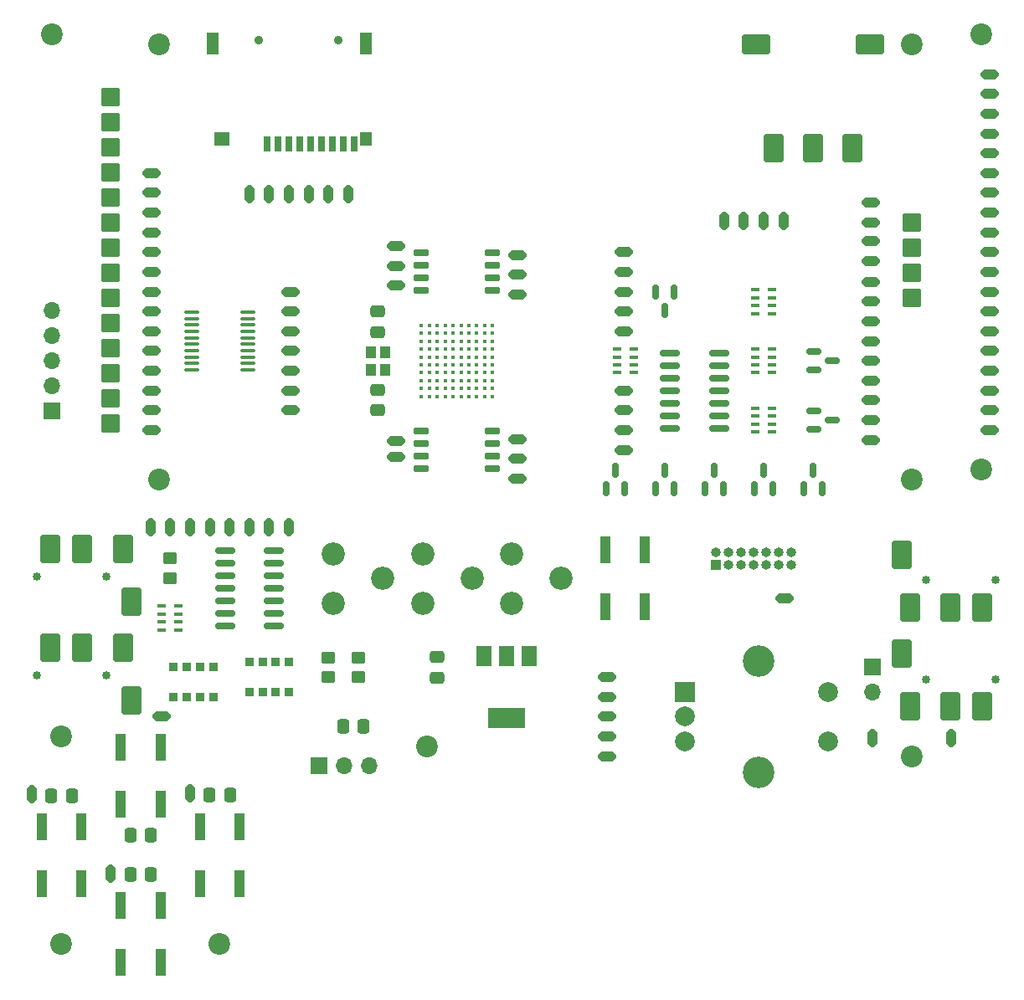
<source format=gts>
%TF.GenerationSoftware,KiCad,Pcbnew,7.0.10*%
%TF.CreationDate,2024-03-06T19:41:30-08:00*%
%TF.ProjectId,player_system,706c6179-6572-45f7-9379-7374656d2e6b,rev?*%
%TF.SameCoordinates,Original*%
%TF.FileFunction,Soldermask,Top*%
%TF.FilePolarity,Negative*%
%FSLAX46Y46*%
G04 Gerber Fmt 4.6, Leading zero omitted, Abs format (unit mm)*
G04 Created by KiCad (PCBNEW 7.0.10) date 2024-03-06 19:41:30*
%MOMM*%
%LPD*%
G01*
G04 APERTURE LIST*
G04 Aperture macros list*
%AMRoundRect*
0 Rectangle with rounded corners*
0 $1 Rounding radius*
0 $2 $3 $4 $5 $6 $7 $8 $9 X,Y pos of 4 corners*
0 Add a 4 corners polygon primitive as box body*
4,1,4,$2,$3,$4,$5,$6,$7,$8,$9,$2,$3,0*
0 Add four circle primitives for the rounded corners*
1,1,$1+$1,$2,$3*
1,1,$1+$1,$4,$5*
1,1,$1+$1,$6,$7*
1,1,$1+$1,$8,$9*
0 Add four rect primitives between the rounded corners*
20,1,$1+$1,$2,$3,$4,$5,0*
20,1,$1+$1,$4,$5,$6,$7,0*
20,1,$1+$1,$6,$7,$8,$9,0*
20,1,$1+$1,$8,$9,$2,$3,0*%
%AMFreePoly0*
4,1,17,-0.750000,0.450000,-0.742031,0.518685,-0.697499,0.619541,-0.619541,0.697499,-0.518685,0.742031,-0.450000,0.750000,0.000000,0.750000,0.750000,0.000000,0.750000,-0.450000,0.742031,-0.518685,0.697499,-0.619541,0.619541,-0.697499,0.518685,-0.742031,0.450000,-0.750000,0.000000,-0.750000,-0.750000,0.000000,-0.750000,0.450000,-0.750000,0.450000,$1*%
G04 Aperture macros list end*
%ADD10C,2.200000*%
%ADD11R,1.700000X1.700000*%
%ADD12O,1.700000X1.700000*%
%ADD13RoundRect,0.250000X-0.475000X0.337500X-0.475000X-0.337500X0.475000X-0.337500X0.475000X0.337500X0*%
%ADD14C,0.850000*%
%ADD15RoundRect,0.200000X-0.800000X-1.200000X0.800000X-1.200000X0.800000X1.200000X-0.800000X1.200000X0*%
%ADD16RoundRect,0.200000X0.800000X1.200000X-0.800000X1.200000X-0.800000X-1.200000X0.800000X-1.200000X0*%
%ADD17RoundRect,0.250000X0.450000X-0.350000X0.450000X0.350000X-0.450000X0.350000X-0.450000X-0.350000X0*%
%ADD18RoundRect,0.150000X-0.150000X0.587500X-0.150000X-0.587500X0.150000X-0.587500X0.150000X0.587500X0*%
%ADD19C,0.400000*%
%ADD20R,1.000000X2.750000*%
%ADD21RoundRect,0.250000X-0.337500X-0.475000X0.337500X-0.475000X0.337500X0.475000X-0.337500X0.475000X0*%
%ADD22R,0.900000X0.400000*%
%ADD23RoundRect,0.150000X0.150000X-0.587500X0.150000X0.587500X-0.150000X0.587500X-0.150000X-0.587500X0*%
%ADD24RoundRect,0.150000X-0.825000X-0.150000X0.825000X-0.150000X0.825000X0.150000X-0.825000X0.150000X0*%
%ADD25RoundRect,0.090000X-0.810000X-0.810000X0.810000X-0.810000X0.810000X0.810000X-0.810000X0.810000X0*%
%ADD26R,1.000000X1.000000*%
%ADD27O,1.000000X1.000000*%
%ADD28C,2.340000*%
%ADD29RoundRect,0.150000X-0.587500X-0.150000X0.587500X-0.150000X0.587500X0.150000X-0.587500X0.150000X0*%
%ADD30R,1.500000X2.000000*%
%ADD31R,3.800000X2.000000*%
%ADD32R,0.900000X0.900000*%
%ADD33RoundRect,0.150000X-0.650000X-0.150000X0.650000X-0.150000X0.650000X0.150000X-0.650000X0.150000X0*%
%ADD34R,2.000000X2.000000*%
%ADD35C,2.000000*%
%ADD36C,3.200000*%
%ADD37RoundRect,0.150000X0.650000X0.150000X-0.650000X0.150000X-0.650000X-0.150000X0.650000X-0.150000X0*%
%ADD38C,0.900000*%
%ADD39R,0.700000X1.600000*%
%ADD40R,1.200000X2.200000*%
%ADD41R,1.600000X1.400000*%
%ADD42R,1.200000X1.400000*%
%ADD43RoundRect,0.100000X0.637500X0.100000X-0.637500X0.100000X-0.637500X-0.100000X0.637500X-0.100000X0*%
%ADD44R,1.000000X1.150000*%
%ADD45FreePoly0,225.000000*%
%ADD46FreePoly0,45.000000*%
%ADD47FreePoly0,315.000000*%
%ADD48RoundRect,0.200000X1.200000X-0.800000X1.200000X0.800000X-1.200000X0.800000X-1.200000X-0.800000X0*%
%ADD49RoundRect,0.200000X-1.200000X0.800000X-1.200000X-0.800000X1.200000X-0.800000X1.200000X0.800000X0*%
%ADD50FreePoly0,135.000000*%
G04 APERTURE END LIST*
D10*
%TO.C,H9*%
X177000000Y-41000000D03*
%TD*%
D11*
%TO.C,J1*%
X173000000Y-104000000D03*
D12*
X173000000Y-106540000D03*
%TD*%
D13*
%TO.C,C10*%
X129000000Y-102962500D03*
X129000000Y-105037500D03*
%TD*%
D14*
%TO.C,AUD_BLACK1*%
X185450000Y-95200000D03*
X178450000Y-95200000D03*
D15*
X180900000Y-97950000D03*
X184100000Y-97950000D03*
D16*
X175950000Y-92650000D03*
D15*
X176800000Y-97950000D03*
%TD*%
D17*
%TO.C,R1*%
X121000000Y-105000000D03*
X121000000Y-103000000D03*
%TD*%
D10*
%TO.C,H11*%
X100900000Y-85000000D03*
%TD*%
%TO.C,H4*%
X91000000Y-111000000D03*
%TD*%
D18*
%TO.C,Q4*%
X152950000Y-66062500D03*
X151050000Y-66062500D03*
X152000000Y-67937500D03*
%TD*%
D10*
%TO.C,H8*%
X184000000Y-40000000D03*
%TD*%
D19*
%TO.C,U2*%
X127400000Y-69400000D03*
X128200000Y-69400000D03*
X129000000Y-69400000D03*
X129800000Y-69400000D03*
X130600000Y-69400000D03*
X131400000Y-69400000D03*
X132200000Y-69400000D03*
X133000000Y-69400000D03*
X133800000Y-69400000D03*
X134600000Y-69400000D03*
X127400000Y-70200000D03*
X128200000Y-70200000D03*
X129000000Y-70200000D03*
X129800000Y-70200000D03*
X130600000Y-70200000D03*
X131400000Y-70200000D03*
X132200000Y-70200000D03*
X133000000Y-70200000D03*
X133800000Y-70200000D03*
X134600000Y-70200000D03*
X127400000Y-71000000D03*
X128200000Y-71000000D03*
X129000000Y-71000000D03*
X129800000Y-71000000D03*
X130600000Y-71000000D03*
X131400000Y-71000000D03*
X132200000Y-71000000D03*
X133000000Y-71000000D03*
X133800000Y-71000000D03*
X134600000Y-71000000D03*
X127400000Y-71800000D03*
X128200000Y-71800000D03*
X129000000Y-71800000D03*
X129800000Y-71800000D03*
X130600000Y-71800000D03*
X131400000Y-71800000D03*
X132200000Y-71800000D03*
X133000000Y-71800000D03*
X133800000Y-71800000D03*
X134600000Y-71800000D03*
X127400000Y-72600000D03*
X128200000Y-72600000D03*
X129000000Y-72600000D03*
X129800000Y-72600000D03*
X130600000Y-72600000D03*
X131400000Y-72600000D03*
X132200000Y-72600000D03*
X133000000Y-72600000D03*
X133800000Y-72600000D03*
X134600000Y-72600000D03*
X127400000Y-73400000D03*
X128200000Y-73400000D03*
X129000000Y-73400000D03*
X129800000Y-73400000D03*
X130600000Y-73400000D03*
X131400000Y-73400000D03*
X132200000Y-73400000D03*
X133000000Y-73400000D03*
X133800000Y-73400000D03*
X134600000Y-73400000D03*
X127400000Y-74200000D03*
X128200000Y-74200000D03*
X129000000Y-74200000D03*
X129800000Y-74200000D03*
X130600000Y-74200000D03*
X131400000Y-74200000D03*
X132200000Y-74200000D03*
X133000000Y-74200000D03*
X133800000Y-74200000D03*
X134600000Y-74200000D03*
X127400000Y-75000000D03*
X128200000Y-75000000D03*
X129000000Y-75000000D03*
X129800000Y-75000000D03*
X130600000Y-75000000D03*
X131400000Y-75000000D03*
X132200000Y-75000000D03*
X133000000Y-75000000D03*
X133800000Y-75000000D03*
X134600000Y-75000000D03*
X127400000Y-75800000D03*
X128200000Y-75800000D03*
X129000000Y-75800000D03*
X129800000Y-75800000D03*
X130600000Y-75800000D03*
X131400000Y-75800000D03*
X132200000Y-75800000D03*
X133000000Y-75800000D03*
X133800000Y-75800000D03*
X134600000Y-75800000D03*
X127400000Y-76600000D03*
X128200000Y-76600000D03*
X129000000Y-76600000D03*
X129800000Y-76600000D03*
X130600000Y-76600000D03*
X131400000Y-76600000D03*
X132200000Y-76600000D03*
X133000000Y-76600000D03*
X133800000Y-76600000D03*
X134600000Y-76600000D03*
%TD*%
D20*
%TO.C,RESET1*%
X146000000Y-97880000D03*
X146000000Y-92120000D03*
X150000000Y-97880000D03*
X150000000Y-92120000D03*
%TD*%
%TO.C,SW2*%
X97000000Y-117880000D03*
X97000000Y-112120000D03*
X101000000Y-117880000D03*
X101000000Y-112120000D03*
%TD*%
D21*
%TO.C,C4*%
X97962500Y-121000000D03*
X100037500Y-121000000D03*
%TD*%
%TO.C,C23*%
X119487500Y-110000000D03*
X121562500Y-110000000D03*
%TD*%
D22*
%TO.C,RN5*%
X162850000Y-74200000D03*
X162850000Y-73400000D03*
X162850000Y-72600000D03*
X162850000Y-71800000D03*
X161150000Y-71800000D03*
X161150000Y-72600000D03*
X161150000Y-73400000D03*
X161150000Y-74200000D03*
%TD*%
%TO.C,RN6*%
X161150000Y-65800000D03*
X161150000Y-66600000D03*
X161150000Y-67400000D03*
X161150000Y-68200000D03*
X162850000Y-68200000D03*
X162850000Y-67400000D03*
X162850000Y-66600000D03*
X162850000Y-65800000D03*
%TD*%
D10*
%TO.C,H12*%
X100900000Y-41000000D03*
%TD*%
D23*
%TO.C,Q7*%
X156050000Y-85937500D03*
X157950000Y-85937500D03*
X157000000Y-84062500D03*
%TD*%
D24*
%TO.C,U5*%
X152525000Y-72190000D03*
X152525000Y-73460000D03*
X152525000Y-74730000D03*
X152525000Y-76000000D03*
X152525000Y-77270000D03*
X152525000Y-78540000D03*
X152525000Y-79810000D03*
X157475000Y-79810000D03*
X157475000Y-78540000D03*
X157475000Y-77270000D03*
X157475000Y-76000000D03*
X157475000Y-74730000D03*
X157475000Y-73460000D03*
X157475000Y-72190000D03*
%TD*%
D10*
%TO.C,H6*%
X177000000Y-113000000D03*
%TD*%
D20*
%TO.C,SW3*%
X97000000Y-133880000D03*
X97000000Y-128120000D03*
X101000000Y-133880000D03*
X101000000Y-128120000D03*
%TD*%
D11*
%TO.C,bSWD1*%
X90000000Y-78075000D03*
D12*
X90000000Y-75535000D03*
X90000000Y-72995000D03*
X90000000Y-70455000D03*
X90000000Y-67915000D03*
%TD*%
D14*
%TO.C,AUD_PINK1*%
X88550000Y-104800000D03*
X95550000Y-104800000D03*
D16*
X93100000Y-102050000D03*
X89900000Y-102050000D03*
D15*
X98050000Y-107350000D03*
D16*
X97200000Y-102050000D03*
%TD*%
D24*
%TO.C,U1*%
X107525000Y-92190000D03*
X107525000Y-93460000D03*
X107525000Y-94730000D03*
X107525000Y-96000000D03*
X107525000Y-97270000D03*
X107525000Y-98540000D03*
X107525000Y-99810000D03*
X112475000Y-99810000D03*
X112475000Y-98540000D03*
X112475000Y-97270000D03*
X112475000Y-96000000D03*
X112475000Y-94730000D03*
X112475000Y-93460000D03*
X112475000Y-92190000D03*
%TD*%
D25*
%TO.C,TFT1*%
X96000000Y-46300000D03*
X96000000Y-48840000D03*
X96000000Y-51380000D03*
X96000000Y-53920000D03*
X96000000Y-56460000D03*
X96000000Y-59000000D03*
X96000000Y-61540000D03*
X96000000Y-64080000D03*
X96000000Y-66620000D03*
X96000000Y-69160000D03*
X96000000Y-71700000D03*
X96000000Y-74240000D03*
X96000000Y-76780000D03*
X96000000Y-79320000D03*
X177000000Y-59000000D03*
X177000000Y-61540000D03*
X177000000Y-64080000D03*
X177000000Y-66620000D03*
%TD*%
D23*
%TO.C,Q6*%
X166050000Y-85937500D03*
X167950000Y-85937500D03*
X167000000Y-84062500D03*
%TD*%
D22*
%TO.C,RN3*%
X102850000Y-100200000D03*
X102850000Y-99400000D03*
X102850000Y-98600000D03*
X102850000Y-97800000D03*
X101150000Y-97800000D03*
X101150000Y-98600000D03*
X101150000Y-99400000D03*
X101150000Y-100200000D03*
%TD*%
D26*
%TO.C,JTAG1*%
X157175000Y-93625000D03*
D27*
X157175000Y-92355000D03*
X158445000Y-93625000D03*
X158445000Y-92355000D03*
X159715000Y-93625000D03*
X159715000Y-92355000D03*
X160985000Y-93625000D03*
X160985000Y-92355000D03*
X162255000Y-93625000D03*
X162255000Y-92355000D03*
X163525000Y-93625000D03*
X163525000Y-92355000D03*
X164795000Y-93625000D03*
X164795000Y-92355000D03*
%TD*%
D22*
%TO.C,RN7*%
X162850000Y-80200000D03*
X162850000Y-79400000D03*
X162850000Y-78600000D03*
X162850000Y-77800000D03*
X161150000Y-77800000D03*
X161150000Y-78600000D03*
X161150000Y-79400000D03*
X161150000Y-80200000D03*
%TD*%
D13*
%TO.C,C2*%
X123000000Y-75925000D03*
X123000000Y-78000000D03*
%TD*%
D20*
%TO.C,SW4*%
X105000000Y-125880000D03*
X105000000Y-120120000D03*
X109000000Y-125880000D03*
X109000000Y-120120000D03*
%TD*%
D21*
%TO.C,C5*%
X97962500Y-125000000D03*
X100037500Y-125000000D03*
%TD*%
D23*
%TO.C,Q2*%
X151050000Y-85937500D03*
X152950000Y-85937500D03*
X152000000Y-84062500D03*
%TD*%
D13*
%TO.C,C1*%
X123000000Y-68000000D03*
X123000000Y-70075000D03*
%TD*%
D28*
%TO.C,BIASTRIM1*%
X118500000Y-92525000D03*
X123500000Y-95025000D03*
X118500000Y-97525000D03*
%TD*%
D29*
%TO.C,Q3*%
X167062500Y-78050000D03*
X167062500Y-79950000D03*
X168937500Y-79000000D03*
%TD*%
D30*
%TO.C,U4*%
X138300000Y-102850000D03*
X136000000Y-102850000D03*
D31*
X136000000Y-109150000D03*
D30*
X133700000Y-102850000D03*
%TD*%
D32*
%TO.C,RN1*%
X102340000Y-107000000D03*
X103680000Y-107000000D03*
X105000000Y-107000000D03*
X106340000Y-107000000D03*
X106340000Y-104000000D03*
X105000000Y-104000000D03*
X103680000Y-104000000D03*
X102340000Y-104000000D03*
%TD*%
D14*
%TO.C,AUD_ORANGE1*%
X185450000Y-105200000D03*
X178450000Y-105200000D03*
D15*
X180900000Y-107950000D03*
X184100000Y-107950000D03*
D16*
X175950000Y-102650000D03*
D15*
X176800000Y-107950000D03*
%TD*%
D33*
%TO.C,NORFLASH1*%
X127400000Y-80095000D03*
X127400000Y-81365000D03*
X127400000Y-82635000D03*
X127400000Y-83905000D03*
X134600000Y-83905000D03*
X134600000Y-82635000D03*
X134600000Y-81365000D03*
X134600000Y-80095000D03*
%TD*%
D17*
%TO.C,C25*%
X102000000Y-95000000D03*
X102000000Y-93000000D03*
%TD*%
D34*
%TO.C,ROTARY1*%
X154000000Y-106500000D03*
D35*
X154000000Y-111500000D03*
X154000000Y-109000000D03*
D36*
X161500000Y-103400000D03*
X161500000Y-114600000D03*
D35*
X168500000Y-111500000D03*
X168500000Y-106500000D03*
%TD*%
D37*
%TO.C,NORFLASH2*%
X134600000Y-65905000D03*
X134600000Y-64635000D03*
X134600000Y-63365000D03*
X134600000Y-62095000D03*
X127400000Y-62095000D03*
X127400000Y-63365000D03*
X127400000Y-64635000D03*
X127400000Y-65905000D03*
%TD*%
D38*
%TO.C,SDCARD1*%
X110984968Y-40521855D03*
X118984968Y-40521855D03*
D39*
X111784968Y-51021855D03*
X112884968Y-51021855D03*
X113984968Y-51021855D03*
X115084968Y-51021855D03*
X116184968Y-51021855D03*
X117284968Y-51021855D03*
X118384968Y-51021855D03*
X119484968Y-51021855D03*
X120584968Y-51021855D03*
D40*
X106284968Y-40921855D03*
D41*
X107184968Y-50521855D03*
D40*
X121784968Y-40921855D03*
D42*
X121784968Y-50521855D03*
%TD*%
D22*
%TO.C,RN4*%
X148850000Y-74200000D03*
X148850000Y-73400000D03*
X148850000Y-72600000D03*
X148850000Y-71800000D03*
X147150000Y-71800000D03*
X147150000Y-72600000D03*
X147150000Y-73400000D03*
X147150000Y-74200000D03*
%TD*%
D10*
%TO.C,H7*%
X90000000Y-40000000D03*
%TD*%
D23*
%TO.C,Q8*%
X161050000Y-85937500D03*
X162950000Y-85937500D03*
X162000000Y-84062500D03*
%TD*%
D32*
%TO.C,RN2*%
X110000000Y-106500000D03*
X111340000Y-106500000D03*
X112660000Y-106500000D03*
X114000000Y-106500000D03*
X114000000Y-103500000D03*
X112660000Y-103500000D03*
X111340000Y-103500000D03*
X110000000Y-103500000D03*
%TD*%
D43*
%TO.C,U3*%
X109862500Y-73925000D03*
X109862500Y-73275000D03*
X109862500Y-72625000D03*
X109862500Y-71975000D03*
X109862500Y-71325000D03*
X109862500Y-70675000D03*
X109862500Y-70025000D03*
X109862500Y-69375000D03*
X109862500Y-68725000D03*
X109862500Y-68075000D03*
X104137500Y-68075000D03*
X104137500Y-68725000D03*
X104137500Y-69375000D03*
X104137500Y-70025000D03*
X104137500Y-70675000D03*
X104137500Y-71325000D03*
X104137500Y-71975000D03*
X104137500Y-72625000D03*
X104137500Y-73275000D03*
X104137500Y-73925000D03*
%TD*%
D11*
%TO.C,PWR_IN1*%
X117000000Y-114000000D03*
D12*
X119540000Y-114000000D03*
X122080000Y-114000000D03*
%TD*%
D10*
%TO.C,H10*%
X177000000Y-85000000D03*
%TD*%
D28*
%TO.C,GAINTRIM2*%
X136500000Y-92525000D03*
X141500000Y-95025000D03*
X136500000Y-97525000D03*
%TD*%
D21*
%TO.C,C3*%
X89962500Y-117000000D03*
X92037500Y-117000000D03*
%TD*%
D23*
%TO.C,Q5*%
X146050000Y-85937500D03*
X147950000Y-85937500D03*
X147000000Y-84062500D03*
%TD*%
D20*
%TO.C,SW1*%
X89000000Y-125880000D03*
X89000000Y-120120000D03*
X93000000Y-125880000D03*
X93000000Y-120120000D03*
%TD*%
D14*
%TO.C,AUD_GREEN1*%
X88550000Y-94800000D03*
X95550000Y-94800000D03*
D16*
X93100000Y-92050000D03*
X89900000Y-92050000D03*
D15*
X98050000Y-97350000D03*
D16*
X97200000Y-92050000D03*
%TD*%
D10*
%TO.C,H5*%
X128000000Y-112000000D03*
%TD*%
%TO.C,H1*%
X107000000Y-132000000D03*
%TD*%
D17*
%TO.C,R2*%
X118000000Y-105000000D03*
X118000000Y-103000000D03*
%TD*%
D21*
%TO.C,C6*%
X105962500Y-116880000D03*
X108037500Y-116880000D03*
%TD*%
D10*
%TO.C,H2*%
X91000000Y-132000000D03*
%TD*%
D28*
%TO.C,GAINTRIM1*%
X127500000Y-92525000D03*
X132500000Y-95025000D03*
X127500000Y-97525000D03*
%TD*%
D44*
%TO.C,Y1*%
X123700000Y-73875000D03*
X123700000Y-72125000D03*
X122300000Y-72125000D03*
X122300000Y-73875000D03*
%TD*%
D10*
%TO.C,H3*%
X184000000Y-84000000D03*
%TD*%
D29*
%TO.C,Q1*%
X167062500Y-72050000D03*
X167062500Y-73950000D03*
X168937500Y-73000000D03*
%TD*%
D45*
%TO.C,TP29*%
X172858579Y-71000000D03*
%TD*%
D46*
%TO.C,TP15*%
X100141421Y-64000000D03*
%TD*%
D45*
%TO.C,TP77*%
X184858579Y-72000000D03*
%TD*%
%TO.C,TP96*%
X147858579Y-82000000D03*
%TD*%
%TO.C,TP3*%
X124858579Y-61400000D03*
%TD*%
%TO.C,TP94*%
X172858579Y-59000000D03*
%TD*%
%TO.C,TP73*%
X184858579Y-64000000D03*
%TD*%
D47*
%TO.C,TP22*%
X114000000Y-56141421D03*
%TD*%
D46*
%TO.C,TP4*%
X137141421Y-64300000D03*
%TD*%
D45*
%TO.C,TP76*%
X184858579Y-70000000D03*
%TD*%
D46*
%TO.C,TP8*%
X137141421Y-84900000D03*
%TD*%
D15*
%TO.C,VOLUME1*%
X171000000Y-51500000D03*
X167000000Y-51500000D03*
X163000000Y-51500000D03*
D48*
X172750000Y-41000000D03*
D49*
X161250000Y-41000000D03*
%TD*%
D45*
%TO.C,TP88*%
X172858579Y-73000000D03*
%TD*%
D46*
%TO.C,TP13*%
X100141421Y-56000000D03*
%TD*%
D50*
%TO.C,TP32*%
X112000000Y-89858579D03*
%TD*%
%TO.C,TP59*%
X88000000Y-116858579D03*
%TD*%
D46*
%TO.C,TP51*%
X114141421Y-74000000D03*
%TD*%
D45*
%TO.C,TP67*%
X184858579Y-52000000D03*
%TD*%
%TO.C,TP6*%
X124858579Y-65400000D03*
%TD*%
D50*
%TO.C,TP33*%
X114000000Y-89858579D03*
%TD*%
D47*
%TO.C,SD_DAT2*%
X120000000Y-56141421D03*
%TD*%
D46*
%TO.C,TP46*%
X100141421Y-66000000D03*
%TD*%
D45*
%TO.C,TP79*%
X184858579Y-76000000D03*
%TD*%
%TO.C,TP92*%
X147858579Y-64000000D03*
%TD*%
D46*
%TO.C,TP5*%
X137141421Y-62300000D03*
%TD*%
%TO.C,TP41*%
X146141421Y-109000000D03*
%TD*%
D45*
%TO.C,TP63*%
X184858579Y-44000000D03*
%TD*%
%TO.C,TP93*%
X147858579Y-62000000D03*
%TD*%
%TO.C,TP18*%
X172858579Y-67000000D03*
%TD*%
%TO.C,TP74*%
X184858579Y-66000000D03*
%TD*%
D46*
%TO.C,TP50*%
X114141421Y-66000000D03*
%TD*%
%TO.C,TP52*%
X100141421Y-76000000D03*
%TD*%
%TO.C,TP40*%
X146141421Y-113000000D03*
%TD*%
%TO.C,TP53*%
X100141421Y-78000000D03*
%TD*%
D45*
%TO.C,TP28*%
X147858579Y-76000000D03*
%TD*%
D46*
%TO.C,TP58*%
X114141421Y-78000000D03*
%TD*%
D45*
%TO.C,TP30*%
X147858579Y-78000000D03*
%TD*%
D46*
%TO.C,TP44*%
X100141421Y-70000000D03*
%TD*%
%TO.C,TP61*%
X101141421Y-109000000D03*
%TD*%
D45*
%TO.C,TP86*%
X147858579Y-70000000D03*
%TD*%
D50*
%TO.C,TP37*%
X160000000Y-58858579D03*
%TD*%
D46*
%TO.C,TP57*%
X114141421Y-72000000D03*
%TD*%
%TO.C,TP1*%
X137141421Y-66300000D03*
%TD*%
D50*
%TO.C,TP89*%
X100000000Y-89858579D03*
%TD*%
D47*
%TO.C,TP34*%
X173000000Y-111141421D03*
%TD*%
D45*
%TO.C,TP99*%
X172858579Y-77000000D03*
%TD*%
%TO.C,TP69*%
X184858579Y-56000000D03*
%TD*%
D50*
%TO.C,TP83*%
X102000000Y-89858579D03*
%TD*%
D46*
%TO.C,TP54*%
X114141421Y-76000000D03*
%TD*%
D45*
%TO.C,TP75*%
X184858579Y-68000000D03*
%TD*%
%TO.C,TP27*%
X172858579Y-69000000D03*
%TD*%
%TO.C,TP64*%
X184858579Y-46000000D03*
%TD*%
%TO.C,TP66*%
X184858579Y-50000000D03*
%TD*%
D46*
%TO.C,TP42*%
X146141421Y-111000000D03*
%TD*%
D50*
%TO.C,TP31*%
X110000000Y-89858579D03*
%TD*%
D47*
%TO.C,TP25*%
X112000000Y-56141421D03*
%TD*%
D46*
%TO.C,TP82*%
X164141421Y-97000000D03*
%TD*%
D47*
%TO.C,SD_DAT1*%
X110000000Y-56141421D03*
%TD*%
D45*
%TO.C,TP10*%
X124858579Y-82700000D03*
%TD*%
D50*
%TO.C,TP84*%
X106000000Y-89858579D03*
%TD*%
D45*
%TO.C,TP80*%
X184858579Y-78000000D03*
%TD*%
D46*
%TO.C,TP7*%
X137141421Y-82900000D03*
%TD*%
D45*
%TO.C,TP98*%
X172858579Y-75000000D03*
%TD*%
D46*
%TO.C,TP17*%
X100141421Y-54000000D03*
%TD*%
%TO.C,TP16*%
X100141421Y-60000000D03*
%TD*%
D45*
%TO.C,TP100*%
X172858579Y-79000000D03*
%TD*%
%TO.C,TP9*%
X124858579Y-81100000D03*
%TD*%
%TO.C,TP87*%
X147858579Y-68000000D03*
%TD*%
%TO.C,TP21*%
X172858579Y-60878680D03*
%TD*%
D46*
%TO.C,TP47*%
X100141421Y-68000000D03*
%TD*%
D50*
%TO.C,TP35*%
X164000000Y-58858579D03*
%TD*%
D45*
%TO.C,TP2*%
X124858579Y-63400000D03*
%TD*%
%TO.C,TP91*%
X147858579Y-66000000D03*
%TD*%
D46*
%TO.C,TP55*%
X100141421Y-80000000D03*
%TD*%
D45*
%TO.C,TP65*%
X184858579Y-48000000D03*
%TD*%
D50*
%TO.C,TP60*%
X96000000Y-124858579D03*
%TD*%
D47*
%TO.C,TP23*%
X118000000Y-56141421D03*
%TD*%
D50*
%TO.C,TP85*%
X108000000Y-89858579D03*
%TD*%
D45*
%TO.C,TP19*%
X172858579Y-65000000D03*
%TD*%
D46*
%TO.C,TP11*%
X137141421Y-80900000D03*
%TD*%
%TO.C,TP14*%
X100141421Y-58000000D03*
%TD*%
D47*
%TO.C,TP97*%
X181000000Y-111141421D03*
%TD*%
D45*
%TO.C,TP95*%
X172858579Y-57000000D03*
%TD*%
%TO.C,TP68*%
X184858579Y-54000000D03*
%TD*%
%TO.C,TP72*%
X184858579Y-62000000D03*
%TD*%
D46*
%TO.C,TP45*%
X100141421Y-72000000D03*
%TD*%
%TO.C,TP43*%
X146141421Y-105000000D03*
%TD*%
D47*
%TO.C,TP24*%
X116000000Y-56141421D03*
%TD*%
D50*
%TO.C,TP36*%
X162000000Y-58858579D03*
%TD*%
D45*
%TO.C,TP20*%
X172858579Y-62939340D03*
%TD*%
%TO.C,TP70*%
X184858579Y-58000000D03*
%TD*%
%TO.C,TP101*%
X172858579Y-81000000D03*
%TD*%
D50*
%TO.C,TP26*%
X104000000Y-89858579D03*
%TD*%
%TO.C,TP38*%
X158000000Y-58858579D03*
%TD*%
D46*
%TO.C,TP39*%
X146141421Y-107000000D03*
%TD*%
%TO.C,TP48*%
X114141421Y-70000000D03*
%TD*%
D45*
%TO.C,TP78*%
X184858579Y-74000000D03*
%TD*%
D46*
%TO.C,TP56*%
X100141421Y-74000000D03*
%TD*%
D45*
%TO.C,TP71*%
X184858579Y-60000000D03*
%TD*%
D46*
%TO.C,TP12*%
X100141421Y-62000000D03*
%TD*%
D45*
%TO.C,TP81*%
X184858579Y-80000000D03*
%TD*%
%TO.C,TP90*%
X147858579Y-80000000D03*
%TD*%
D46*
%TO.C,TP49*%
X114141421Y-68000000D03*
%TD*%
D50*
%TO.C,TP62*%
X104000000Y-116738579D03*
%TD*%
M02*

</source>
